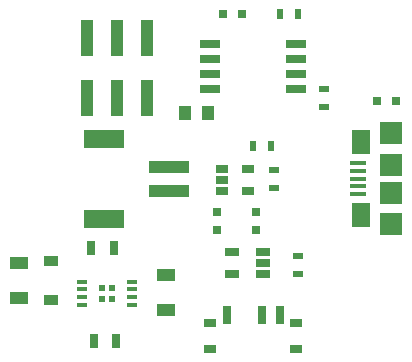
<source format=gtp>
G04 #@! TF.FileFunction,Paste,Top*
%FSLAX46Y46*%
G04 Gerber Fmt 4.6, Leading zero omitted, Abs format (unit mm)*
G04 Created by KiCad (PCBNEW 4.0.7) date 05/03/18 21:25:46*
%MOMM*%
%LPD*%
G01*
G04 APERTURE LIST*
%ADD10C,0.100000*%
%ADD11R,1.000000X1.250000*%
%ADD12R,0.750000X0.800000*%
%ADD13R,1.600000X1.000000*%
%ADD14R,0.800000X0.800000*%
%ADD15R,1.200000X0.900000*%
%ADD16R,1.900000X1.900000*%
%ADD17R,1.600000X2.100000*%
%ADD18R,1.350000X0.400000*%
%ADD19R,3.400000X1.500000*%
%ADD20R,3.500000X1.000000*%
%ADD21R,0.700000X1.300000*%
%ADD22R,1.220000X0.650000*%
%ADD23R,0.500000X0.900000*%
%ADD24R,0.900000X0.500000*%
%ADD25R,1.060000X0.650000*%
%ADD26R,0.890000X0.420000*%
%ADD27R,0.504000X0.564000*%
%ADD28R,1.700000X0.650000*%
%ADD29R,0.700000X1.500000*%
%ADD30R,1.000000X0.800000*%
%ADD31R,1.000000X3.150000*%
G04 APERTURE END LIST*
D10*
D11*
X193548000Y-106172000D03*
X191548000Y-106172000D03*
D12*
X197612000Y-116066000D03*
X197612000Y-114566000D03*
X194310000Y-116066000D03*
X194310000Y-114566000D03*
D13*
X189992000Y-119912000D03*
X189992000Y-122912000D03*
X177546000Y-118896000D03*
X177546000Y-121896000D03*
D14*
X209461000Y-105156000D03*
X207861000Y-105156000D03*
D15*
X180213000Y-118746000D03*
X180213000Y-122046000D03*
D14*
X196380000Y-97790000D03*
X194780000Y-97790000D03*
D16*
X209042000Y-107910000D03*
X209042000Y-115610000D03*
D17*
X206492000Y-114860000D03*
X206492000Y-108660000D03*
D16*
X209042000Y-110560000D03*
D18*
X206242000Y-113060000D03*
X206242000Y-112410000D03*
X206242000Y-111760000D03*
X206242000Y-111110000D03*
X206242000Y-110460000D03*
D16*
X209042000Y-112960000D03*
D19*
X184682000Y-108360000D03*
X184682000Y-115160000D03*
D20*
X190182000Y-112760000D03*
X190182000Y-110760000D03*
D21*
X185735000Y-125476000D03*
X183835000Y-125476000D03*
D22*
X198160000Y-119822000D03*
X198160000Y-118872000D03*
X198160000Y-117922000D03*
X195540000Y-117922000D03*
X195540000Y-119822000D03*
D23*
X197370000Y-108966000D03*
X198870000Y-108966000D03*
D24*
X199136000Y-111010000D03*
X199136000Y-112510000D03*
X203327000Y-105652000D03*
X203327000Y-104152000D03*
D21*
X183647000Y-117602000D03*
X185547000Y-117602000D03*
D24*
X201168000Y-119825200D03*
X201168000Y-118325200D03*
D23*
X201144000Y-97790000D03*
X199644000Y-97790000D03*
D25*
X194734000Y-110937000D03*
X194734000Y-111887000D03*
X194734000Y-112837000D03*
X196934000Y-112837000D03*
X196934000Y-110937000D03*
D26*
X187056000Y-122425000D03*
X187056000Y-121775000D03*
X187056000Y-121125000D03*
X187056000Y-120475000D03*
X182846000Y-120475000D03*
X182846000Y-121125000D03*
X182846000Y-121775000D03*
X182846000Y-122425000D03*
D27*
X184531000Y-120980000D03*
X184531000Y-121920000D03*
X185371000Y-120980000D03*
X185371000Y-121920000D03*
D28*
X201008000Y-104140000D03*
X201008000Y-102870000D03*
X201008000Y-101600000D03*
X201008000Y-100330000D03*
X193708000Y-100330000D03*
X193708000Y-101600000D03*
X193708000Y-102870000D03*
X193708000Y-104140000D03*
D29*
X195108000Y-123284000D03*
X198108000Y-123284000D03*
X199608000Y-123284000D03*
D30*
X193708000Y-126144000D03*
X201008000Y-126144000D03*
X201008000Y-123934000D03*
X193708000Y-123934000D03*
D31*
X183261000Y-104887000D03*
X183261000Y-99837000D03*
X185801000Y-104887000D03*
X185801000Y-99837000D03*
X188341000Y-104887000D03*
X188341000Y-99837000D03*
M02*

</source>
